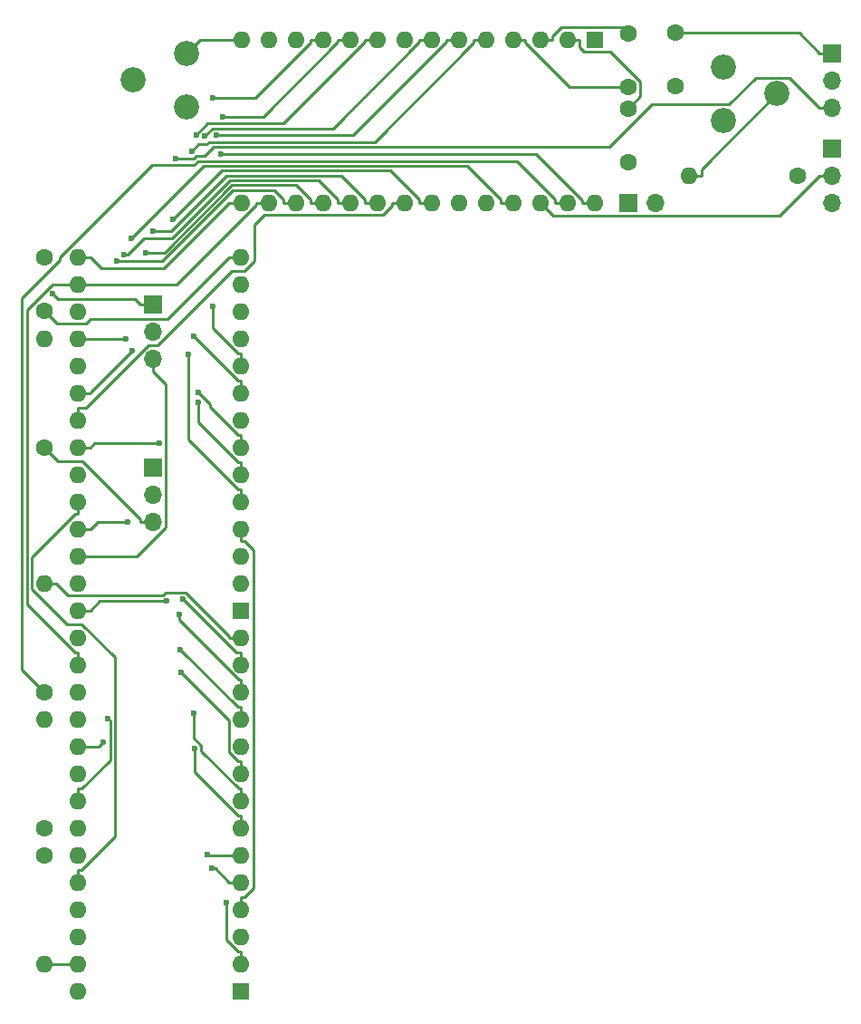
<source format=gbl>
G04 #@! TF.GenerationSoftware,KiCad,Pcbnew,(6.0.5)*
G04 #@! TF.CreationDate,2023-01-02T22:47:36+01:00*
G04 #@! TF.ProjectId,C128DCR Dual SID,43313238-4443-4522-9044-75616c205349,D*
G04 #@! TF.SameCoordinates,Original*
G04 #@! TF.FileFunction,Copper,L2,Bot*
G04 #@! TF.FilePolarity,Positive*
%FSLAX46Y46*%
G04 Gerber Fmt 4.6, Leading zero omitted, Abs format (unit mm)*
G04 Created by KiCad (PCBNEW (6.0.5)) date 2023-01-02 22:47:36*
%MOMM*%
%LPD*%
G01*
G04 APERTURE LIST*
G04 #@! TA.AperFunction,ComponentPad*
%ADD10R,1.600000X1.600000*%
G04 #@! TD*
G04 #@! TA.AperFunction,ComponentPad*
%ADD11O,1.600000X1.600000*%
G04 #@! TD*
G04 #@! TA.AperFunction,ComponentPad*
%ADD12C,1.600000*%
G04 #@! TD*
G04 #@! TA.AperFunction,ComponentPad*
%ADD13R,1.700000X1.700000*%
G04 #@! TD*
G04 #@! TA.AperFunction,ComponentPad*
%ADD14O,1.700000X1.700000*%
G04 #@! TD*
G04 #@! TA.AperFunction,ComponentPad*
%ADD15C,2.340000*%
G04 #@! TD*
G04 #@! TA.AperFunction,ViaPad*
%ADD16C,0.600000*%
G04 #@! TD*
G04 #@! TA.AperFunction,Conductor*
%ADD17C,0.250000*%
G04 #@! TD*
G04 APERTURE END LIST*
D10*
X121920000Y-123190000D03*
D11*
X121920000Y-120650000D03*
X121920000Y-118110000D03*
X121920000Y-115570000D03*
X121920000Y-113030000D03*
X121920000Y-110490000D03*
X121920000Y-107950000D03*
X121920000Y-105410000D03*
X121920000Y-102870000D03*
X121920000Y-100330000D03*
X121920000Y-97790000D03*
X121920000Y-95250000D03*
X121920000Y-92710000D03*
X121920000Y-90170000D03*
X106680000Y-90170000D03*
X106680000Y-92710000D03*
X106680000Y-95250000D03*
X106680000Y-97790000D03*
X106680000Y-100330000D03*
X106680000Y-102870000D03*
X106680000Y-105410000D03*
X106680000Y-107950000D03*
X106680000Y-110490000D03*
X106680000Y-113030000D03*
X106680000Y-115570000D03*
X106680000Y-118110000D03*
X106680000Y-120650000D03*
X106680000Y-123190000D03*
D12*
X158115000Y-69255000D03*
X158115000Y-74255000D03*
X158115000Y-81280000D03*
X158115000Y-76280000D03*
X103505000Y-130830000D03*
D11*
X103505000Y-120670000D03*
D10*
X121920000Y-158750000D03*
D11*
X121920000Y-156210000D03*
X121920000Y-153670000D03*
X121920000Y-151130000D03*
X121920000Y-148590000D03*
X121920000Y-146050000D03*
X121920000Y-143510000D03*
X121920000Y-140970000D03*
X121920000Y-138430000D03*
X121920000Y-135890000D03*
X121920000Y-133350000D03*
X121920000Y-130810000D03*
X121920000Y-128270000D03*
X121920000Y-125730000D03*
X106680000Y-125730000D03*
X106680000Y-128270000D03*
X106680000Y-130810000D03*
X106680000Y-133350000D03*
X106680000Y-135890000D03*
X106680000Y-138430000D03*
X106680000Y-140970000D03*
X106680000Y-143510000D03*
X106680000Y-146050000D03*
X106680000Y-148590000D03*
X106680000Y-151130000D03*
X106680000Y-153670000D03*
X106680000Y-156210000D03*
X106680000Y-158750000D03*
D10*
X154955000Y-69845000D03*
D11*
X152415000Y-69845000D03*
X149875000Y-69845000D03*
X147335000Y-69845000D03*
X144795000Y-69845000D03*
X142255000Y-69845000D03*
X139715000Y-69845000D03*
X137175000Y-69845000D03*
X134635000Y-69845000D03*
X132095000Y-69845000D03*
X129555000Y-69845000D03*
X127015000Y-69845000D03*
X124475000Y-69845000D03*
X121935000Y-69845000D03*
X121935000Y-85085000D03*
X124475000Y-85085000D03*
X127015000Y-85085000D03*
X129555000Y-85085000D03*
X132095000Y-85085000D03*
X134635000Y-85085000D03*
X137175000Y-85085000D03*
X139715000Y-85085000D03*
X142255000Y-85085000D03*
X144795000Y-85085000D03*
X147335000Y-85085000D03*
X149875000Y-85085000D03*
X152415000Y-85085000D03*
X154955000Y-85085000D03*
D13*
X158115000Y-85090000D03*
D14*
X160655000Y-85090000D03*
D13*
X113665000Y-94630000D03*
D14*
X113665000Y-97170000D03*
X113665000Y-99710000D03*
D12*
X103505000Y-107950000D03*
D11*
X103505000Y-97790000D03*
D12*
X173990000Y-82550000D03*
D11*
X163830000Y-82550000D03*
D12*
X103505000Y-146050000D03*
D11*
X103505000Y-156210000D03*
D12*
X103505000Y-143510000D03*
D11*
X103505000Y-133350000D03*
D15*
X116800000Y-71120000D03*
X111800000Y-73620000D03*
X116800000Y-76120000D03*
D13*
X113665000Y-109855000D03*
D14*
X113665000Y-112395000D03*
X113665000Y-114935000D03*
D13*
X177165000Y-71120000D03*
D14*
X177165000Y-73660000D03*
X177165000Y-76200000D03*
D12*
X162560000Y-69215000D03*
X162560000Y-74215000D03*
X103505000Y-90210000D03*
X103505000Y-95210000D03*
D13*
X177165000Y-80010000D03*
D14*
X177165000Y-82550000D03*
X177165000Y-85090000D03*
D15*
X167045000Y-77405000D03*
X172045000Y-74905000D03*
X167045000Y-72405000D03*
D16*
X109455200Y-133301200D03*
X120506300Y-150500800D03*
X115559300Y-86642200D03*
X114226800Y-107574500D03*
X119210900Y-147281600D03*
X117287600Y-80283300D03*
X116935500Y-99271500D03*
X111344300Y-114897900D03*
X111645600Y-88439800D03*
X118786400Y-146023200D03*
X117866600Y-103755100D03*
X119600000Y-78783500D03*
X115757800Y-80954200D03*
X120042700Y-80534800D03*
X114961600Y-122285500D03*
X117449400Y-97576800D03*
X117732500Y-78769500D03*
X116328800Y-128977700D03*
X119260900Y-94747500D03*
X120210900Y-77082500D03*
X119225000Y-75284000D03*
X116242300Y-126828300D03*
X116097300Y-123554200D03*
X116454200Y-122131700D03*
X110319500Y-90575600D03*
X113022300Y-89736400D03*
X111098900Y-97790000D03*
X110944900Y-89909000D03*
X108995500Y-135497200D03*
X113671100Y-87771600D03*
X111748500Y-98887300D03*
X117560400Y-136088500D03*
X117885000Y-102832500D03*
X118537200Y-78896200D03*
X117467500Y-132820900D03*
X104299000Y-93622500D03*
D17*
X106961300Y-139844700D02*
X109653500Y-137152500D01*
X106680000Y-105410000D02*
X106680000Y-104284700D01*
X122242000Y-91440000D02*
X121074800Y-91440000D01*
X114074800Y-98440000D02*
X113256700Y-98440000D01*
X106680000Y-140970000D02*
X106680000Y-139844700D01*
X136049700Y-85085000D02*
X136049700Y-85366400D01*
X107412000Y-104284700D02*
X106680000Y-104284700D01*
X135205800Y-86210300D02*
X124117200Y-86210300D01*
X137175000Y-85085000D02*
X136049700Y-85085000D01*
X113256700Y-98440000D02*
X107412000Y-104284700D01*
X123143100Y-87184400D02*
X123143100Y-90538900D01*
X109653500Y-133499500D02*
X109455200Y-133301200D01*
X123143100Y-90538900D02*
X122242000Y-91440000D01*
X124117200Y-86210300D02*
X123143100Y-87184400D01*
X136049700Y-85366400D02*
X135205800Y-86210300D01*
X109653500Y-137152500D02*
X109653500Y-133499500D01*
X106680000Y-139844700D02*
X106961300Y-139844700D01*
X121074800Y-91440000D02*
X114074800Y-98440000D01*
X121920000Y-155084700D02*
X121638700Y-155084700D01*
X120506300Y-153952300D02*
X120506300Y-150500800D01*
X121638700Y-155084700D02*
X120506300Y-153952300D01*
X121920000Y-156210000D02*
X121920000Y-155084700D01*
X106680000Y-107950000D02*
X107805300Y-107950000D01*
X139715000Y-85085000D02*
X138589700Y-85085000D01*
X114226800Y-107574500D02*
X108180800Y-107574500D01*
X135896700Y-82110700D02*
X138589700Y-84803700D01*
X108180800Y-107574500D02*
X107805300Y-107950000D01*
X115559300Y-86642200D02*
X120090800Y-82110700D01*
X138589700Y-84803700D02*
X138589700Y-85085000D01*
X120090800Y-82110700D02*
X135896700Y-82110700D01*
X121920000Y-115570000D02*
X121920000Y-116695300D01*
X121920000Y-151130000D02*
X121920000Y-150004700D01*
X123045300Y-149160700D02*
X123045300Y-117539200D01*
X122201300Y-150004700D02*
X123045300Y-149160700D01*
X121920000Y-150004700D02*
X122201300Y-150004700D01*
X123045300Y-117539200D02*
X122201400Y-116695300D01*
X122201400Y-116695300D02*
X121920000Y-116695300D01*
X106398700Y-114155300D02*
X106680000Y-114155300D01*
X102330900Y-118223100D02*
X106398700Y-114155300D01*
X110106600Y-144319400D02*
X110106600Y-127540900D01*
X102330900Y-121164000D02*
X102330900Y-118223100D01*
X106680000Y-113030000D02*
X106680000Y-114155300D01*
X106961300Y-147464700D02*
X110106600Y-144319400D01*
X106680000Y-148590000D02*
X106680000Y-147464700D01*
X110106600Y-127540900D02*
X107025700Y-124460000D01*
X105626900Y-124460000D02*
X102330900Y-121164000D01*
X107025700Y-124460000D02*
X105626900Y-124460000D01*
X106680000Y-147464700D02*
X106961300Y-147464700D01*
X134387100Y-79408900D02*
X143669700Y-70126300D01*
X144795000Y-69845000D02*
X143669700Y-69845000D01*
X120794700Y-148590000D02*
X119486300Y-147281600D01*
X121638700Y-111904700D02*
X121920000Y-111904700D01*
X117287600Y-80283300D02*
X117936700Y-79634200D01*
X121920000Y-148590000D02*
X120794700Y-148590000D01*
X116935500Y-107201500D02*
X121638700Y-111904700D01*
X117936700Y-79634200D02*
X118683700Y-79634200D01*
X121920000Y-113030000D02*
X121920000Y-111904700D01*
X118909000Y-79408900D02*
X134387100Y-79408900D01*
X116935500Y-99271500D02*
X116935500Y-107201500D01*
X143669700Y-70126300D02*
X143669700Y-69845000D01*
X118683700Y-79634200D02*
X118909000Y-79408900D01*
X119486300Y-147281600D02*
X119210900Y-147281600D01*
X146209700Y-84803700D02*
X143066400Y-81660400D01*
X118425000Y-81660400D02*
X111645600Y-88439800D01*
X106680000Y-115570000D02*
X107805300Y-115570000D01*
X146209700Y-85085000D02*
X146209700Y-84803700D01*
X111344300Y-114897900D02*
X108477400Y-114897900D01*
X147335000Y-85085000D02*
X146209700Y-85085000D01*
X108477400Y-114897900D02*
X107805300Y-115570000D01*
X143066400Y-81660400D02*
X118425000Y-81660400D01*
X121638700Y-109364700D02*
X117866600Y-105592600D01*
X121920000Y-146050000D02*
X120794700Y-146050000D01*
X120794700Y-146050000D02*
X118813200Y-146050000D01*
X118813200Y-146050000D02*
X118786400Y-146023200D01*
X141129700Y-70049500D02*
X132395700Y-78783500D01*
X142255000Y-69845000D02*
X141129700Y-69845000D01*
X132395700Y-78783500D02*
X119600000Y-78783500D01*
X117866600Y-105592600D02*
X117866600Y-103755100D01*
X121920000Y-109364700D02*
X121638700Y-109364700D01*
X141129700Y-69845000D02*
X141129700Y-70049500D01*
X121920000Y-110490000D02*
X121920000Y-109364700D01*
X156382900Y-79859300D02*
X160332600Y-75909600D01*
X177165000Y-76200000D02*
X175989700Y-76200000D01*
X160332600Y-75909600D02*
X167535800Y-75909600D01*
X112152300Y-118110000D02*
X114853500Y-115408800D01*
X170049800Y-73395600D02*
X173185300Y-73395600D01*
X114853500Y-102073800D02*
X113665000Y-100885300D01*
X173185300Y-73395600D02*
X175989700Y-76200000D01*
X117745700Y-80709600D02*
X118491100Y-80709600D01*
X117501100Y-80954200D02*
X117745700Y-80709600D01*
X167535800Y-75909600D02*
X170049800Y-73395600D01*
X119341400Y-79859300D02*
X156382900Y-79859300D01*
X118491100Y-80709600D02*
X119341400Y-79859300D01*
X114853500Y-115408800D02*
X114853500Y-102073800D01*
X113665000Y-99710000D02*
X113665000Y-100885300D01*
X115757800Y-80954200D02*
X117501100Y-80954200D01*
X106680000Y-118110000D02*
X112152300Y-118110000D01*
X107805300Y-123190000D02*
X108709700Y-122285600D01*
X108709700Y-122285600D02*
X114961600Y-122285600D01*
X154955000Y-85085000D02*
X153829700Y-85085000D01*
X114961600Y-122285600D02*
X114961600Y-122285500D01*
X149483800Y-80534800D02*
X120042700Y-80534800D01*
X106680000Y-123190000D02*
X107805300Y-123190000D01*
X153829700Y-84880700D02*
X149483800Y-80534800D01*
X153829700Y-85085000D02*
X153829700Y-84880700D01*
X134635000Y-69845000D02*
X133509700Y-69845000D01*
X125854700Y-77707900D02*
X118794100Y-77707900D01*
X121920000Y-102870000D02*
X121920000Y-101744700D01*
X120794700Y-136460800D02*
X120794700Y-133443600D01*
X121920000Y-138430000D02*
X121920000Y-137304700D01*
X121920000Y-101744700D02*
X121617300Y-101744700D01*
X118794100Y-77707900D02*
X117732500Y-78769500D01*
X121638600Y-137304700D02*
X120794700Y-136460800D01*
X133509700Y-69845000D02*
X133509700Y-70052900D01*
X133509700Y-70052900D02*
X125854700Y-77707900D01*
X121617300Y-101744700D02*
X117449400Y-97576800D01*
X120794700Y-133443600D02*
X116328800Y-128977700D01*
X121920000Y-137304700D02*
X121638600Y-137304700D01*
X121638700Y-99204700D02*
X119260900Y-96826900D01*
X121920000Y-99204700D02*
X121638700Y-99204700D01*
X123974700Y-77082500D02*
X120210900Y-77082500D01*
X130969700Y-70087500D02*
X123974700Y-77082500D01*
X121920000Y-100330000D02*
X121920000Y-99204700D01*
X132095000Y-69845000D02*
X130969700Y-69845000D01*
X119260900Y-96826900D02*
X119260900Y-94747500D01*
X130969700Y-69845000D02*
X130969700Y-70087500D01*
X119225000Y-75284000D02*
X123272000Y-75284000D01*
X121920000Y-133350000D02*
X121920000Y-132224700D01*
X128429700Y-70126300D02*
X128429700Y-69845000D01*
X121638700Y-132224700D02*
X116242300Y-126828300D01*
X121920000Y-132224700D02*
X121638700Y-132224700D01*
X129555000Y-69845000D02*
X128429700Y-69845000D01*
X123272000Y-75284000D02*
X128429700Y-70126300D01*
X121920000Y-130810000D02*
X121920000Y-129684700D01*
X121920000Y-129684700D02*
X121709000Y-129684700D01*
X121709000Y-129684700D02*
X116097300Y-124073000D01*
X116097300Y-124073000D02*
X116097300Y-123554200D01*
X121920000Y-128270000D02*
X121920000Y-127144700D01*
X121920000Y-127144700D02*
X121467200Y-127144700D01*
X121467200Y-127144700D02*
X116454200Y-122131700D01*
X114567500Y-121795300D02*
X105755600Y-121795300D01*
X114856400Y-121506400D02*
X114567500Y-121795300D01*
X104708300Y-96413300D02*
X107386700Y-96413300D01*
X103505000Y-120670000D02*
X104630300Y-120670000D01*
X121920000Y-125730000D02*
X120794700Y-125730000D01*
X103505000Y-95210000D02*
X104708300Y-96413300D01*
X105755600Y-121795300D02*
X104630300Y-120670000D01*
X107386700Y-96413300D02*
X107828100Y-95971900D01*
X118075000Y-69845000D02*
X121935000Y-69845000D01*
X120794700Y-125587800D02*
X116713300Y-121506400D01*
X107828100Y-95971900D02*
X114992800Y-95971900D01*
X121920000Y-90170000D02*
X120794700Y-90170000D01*
X114992800Y-95971900D02*
X120794700Y-90170000D01*
X120794700Y-125730000D02*
X120794700Y-125587800D01*
X116713300Y-121506400D02*
X114856400Y-121506400D01*
X116800000Y-71120000D02*
X118075000Y-69845000D01*
X121935000Y-85085000D02*
X120809700Y-85085000D01*
X108868500Y-91233200D02*
X114661500Y-91233200D01*
X107805300Y-90170000D02*
X108868500Y-91233200D01*
X114661500Y-91233200D02*
X120809700Y-85085000D01*
X106680000Y-90170000D02*
X107805300Y-90170000D01*
X106398700Y-127144700D02*
X101880500Y-122626500D01*
X124475000Y-85085000D02*
X123349700Y-85085000D01*
X101880500Y-95120800D02*
X104291300Y-92710000D01*
X123349700Y-85085000D02*
X123349700Y-85274500D01*
X106680000Y-127144700D02*
X106398700Y-127144700D01*
X106680000Y-128270000D02*
X106680000Y-127144700D01*
X115914200Y-92710000D02*
X107805300Y-92710000D01*
X106680000Y-92710000D02*
X105554700Y-92710000D01*
X123349700Y-85274500D02*
X115914200Y-92710000D01*
X101880500Y-122626500D02*
X101880500Y-95120800D01*
X104291300Y-92710000D02*
X105554700Y-92710000D01*
X106680000Y-92710000D02*
X107805300Y-92710000D01*
X110319500Y-90575600D02*
X114550200Y-90575600D01*
X125889700Y-84803600D02*
X125889700Y-85085000D01*
X127015000Y-85085000D02*
X125889700Y-85085000D01*
X114550200Y-90575600D02*
X121166100Y-83959700D01*
X125045800Y-83959700D02*
X125889700Y-84803600D01*
X121166100Y-83959700D02*
X125045800Y-83959700D01*
X113022300Y-89736400D02*
X114745800Y-89736400D01*
X106680000Y-97790000D02*
X111098900Y-97790000D01*
X127087700Y-83461700D02*
X128429700Y-84803700D01*
X114745800Y-89736400D02*
X121020500Y-83461700D01*
X128429700Y-84803700D02*
X128429700Y-85085000D01*
X121020500Y-83461700D02*
X127087700Y-83461700D01*
X129555000Y-85085000D02*
X128429700Y-85085000D01*
X130969700Y-84803600D02*
X130969700Y-85085000D01*
X129177400Y-83011300D02*
X130969700Y-84803600D01*
X108602700Y-135890000D02*
X108995500Y-135497200D01*
X111340300Y-89909000D02*
X112852300Y-88397000D01*
X106680000Y-135890000D02*
X108602700Y-135890000D01*
X112852300Y-88397000D02*
X115448300Y-88397000D01*
X132095000Y-85085000D02*
X130969700Y-85085000D01*
X110944900Y-89909000D02*
X111340300Y-89909000D01*
X115448300Y-88397000D02*
X120834000Y-83011300D01*
X120834000Y-83011300D02*
X129177400Y-83011300D01*
X134635000Y-85085000D02*
X133509700Y-85085000D01*
X107805300Y-102870000D02*
X107805300Y-102830500D01*
X133509700Y-84803700D02*
X133509700Y-85085000D01*
X115361800Y-87771600D02*
X120572400Y-82561000D01*
X113671100Y-87771600D02*
X115361800Y-87771600D01*
X131267000Y-82561000D02*
X133509700Y-84803700D01*
X106680000Y-102870000D02*
X107805300Y-102870000D01*
X107805300Y-102830500D02*
X111748500Y-98887300D01*
X120572400Y-82561000D02*
X131267000Y-82561000D01*
X151844200Y-68719700D02*
X151000300Y-69563600D01*
X149875000Y-69845000D02*
X151000300Y-69845000D01*
X157579700Y-68719700D02*
X151844200Y-68719700D01*
X151000300Y-69563600D02*
X151000300Y-69845000D01*
X158115000Y-69255000D02*
X157579700Y-68719700D01*
X148460300Y-70126300D02*
X148460300Y-69845000D01*
X158115000Y-74255000D02*
X152589000Y-74255000D01*
X147335000Y-69845000D02*
X148460300Y-69845000D01*
X152589000Y-74255000D02*
X148460300Y-70126300D01*
X156433200Y-70970300D02*
X153962200Y-70970300D01*
X158115000Y-76280000D02*
X159240500Y-75154500D01*
X153540300Y-70548400D02*
X153540300Y-69845000D01*
X159240500Y-75154500D02*
X159240500Y-73777600D01*
X159240500Y-73777600D02*
X156433200Y-70970300D01*
X153962200Y-70970300D02*
X153540300Y-70548400D01*
X152415000Y-69845000D02*
X153540300Y-69845000D01*
X118981900Y-104167900D02*
X118981900Y-103929400D01*
X121638700Y-106824700D02*
X118981900Y-104167900D01*
X118981900Y-103929400D02*
X117885000Y-102832500D01*
X117560400Y-138306400D02*
X117560400Y-136088500D01*
X139715000Y-69845000D02*
X138589700Y-69845000D01*
X121920000Y-107950000D02*
X121920000Y-106824700D01*
X138589700Y-69845000D02*
X138589700Y-70049500D01*
X119275200Y-78158200D02*
X118537200Y-78896200D01*
X130481000Y-78158200D02*
X119275200Y-78158200D01*
X121920000Y-106824700D02*
X121638700Y-106824700D01*
X138589700Y-70049500D02*
X130481000Y-78158200D01*
X121920000Y-142384700D02*
X121638700Y-142384700D01*
X121920000Y-143510000D02*
X121920000Y-142384700D01*
X121638700Y-142384700D02*
X117560400Y-138306400D01*
X121920000Y-140970000D02*
X121920000Y-139844700D01*
X118185700Y-136347800D02*
X118185700Y-135829400D01*
X121920000Y-139844700D02*
X121682600Y-139844700D01*
X117467500Y-135111300D02*
X117467500Y-132820900D01*
X118185700Y-135829400D02*
X117467600Y-135111300D01*
X121682600Y-139844700D02*
X118185700Y-136347800D01*
X117467600Y-135111300D02*
X117467500Y-135111300D01*
X177165000Y-82550000D02*
X175989700Y-82550000D01*
X172264500Y-86275200D02*
X151065200Y-86275200D01*
X175989700Y-82550000D02*
X172264500Y-86275200D01*
X151065200Y-86275200D02*
X149875000Y-85085000D01*
X104933200Y-90240400D02*
X113594100Y-81579500D01*
X117512700Y-81579500D02*
X117897800Y-81194400D01*
X147680400Y-81194400D02*
X151289700Y-84803700D01*
X152415000Y-85085000D02*
X151289700Y-85085000D01*
X101409600Y-128734600D02*
X101409600Y-94020100D01*
X151289700Y-84803700D02*
X151289700Y-85085000D01*
X117897800Y-81194400D02*
X147680400Y-81194400D01*
X103505000Y-130830000D02*
X101409600Y-128734600D01*
X104933200Y-90496500D02*
X104933200Y-90240400D01*
X101409600Y-94020100D02*
X104933200Y-90496500D01*
X113594100Y-81579500D02*
X117512700Y-81579500D01*
X106680000Y-156210000D02*
X103505000Y-156210000D01*
X177165000Y-71120000D02*
X175989700Y-71120000D01*
X174084700Y-69215000D02*
X162560000Y-69215000D01*
X175989700Y-71120000D02*
X174084700Y-69215000D01*
X104775000Y-109220000D02*
X103505000Y-107950000D01*
X112489700Y-114641200D02*
X107068500Y-109220000D01*
X107068500Y-109220000D02*
X104775000Y-109220000D01*
X113665000Y-114935000D02*
X112489700Y-114935000D01*
X112489700Y-114935000D02*
X112489700Y-114641200D01*
X164955300Y-81994700D02*
X172045000Y-74905000D01*
X164955300Y-82550000D02*
X164955300Y-81994700D01*
X163830000Y-82550000D02*
X164955300Y-82550000D01*
X113665000Y-94630000D02*
X112489700Y-94630000D01*
X104801100Y-94124600D02*
X104299000Y-93622500D01*
X112489700Y-94630000D02*
X111984300Y-94124600D01*
X111984300Y-94124600D02*
X104801100Y-94124600D01*
M02*

</source>
